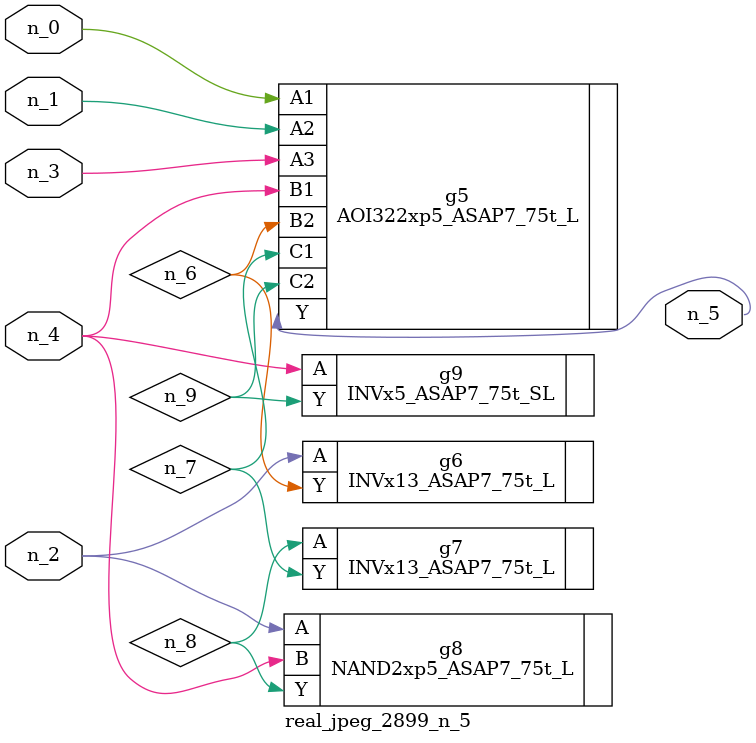
<source format=v>
module real_jpeg_2899_n_5 (n_4, n_0, n_1, n_2, n_3, n_5);

input n_4;
input n_0;
input n_1;
input n_2;
input n_3;

output n_5;

wire n_8;
wire n_6;
wire n_7;
wire n_9;

AOI322xp5_ASAP7_75t_L g5 ( 
.A1(n_0),
.A2(n_1),
.A3(n_3),
.B1(n_4),
.B2(n_6),
.C1(n_7),
.C2(n_9),
.Y(n_5)
);

INVx13_ASAP7_75t_L g6 ( 
.A(n_2),
.Y(n_6)
);

NAND2xp5_ASAP7_75t_L g8 ( 
.A(n_2),
.B(n_4),
.Y(n_8)
);

INVx5_ASAP7_75t_SL g9 ( 
.A(n_4),
.Y(n_9)
);

INVx13_ASAP7_75t_L g7 ( 
.A(n_8),
.Y(n_7)
);


endmodule
</source>
